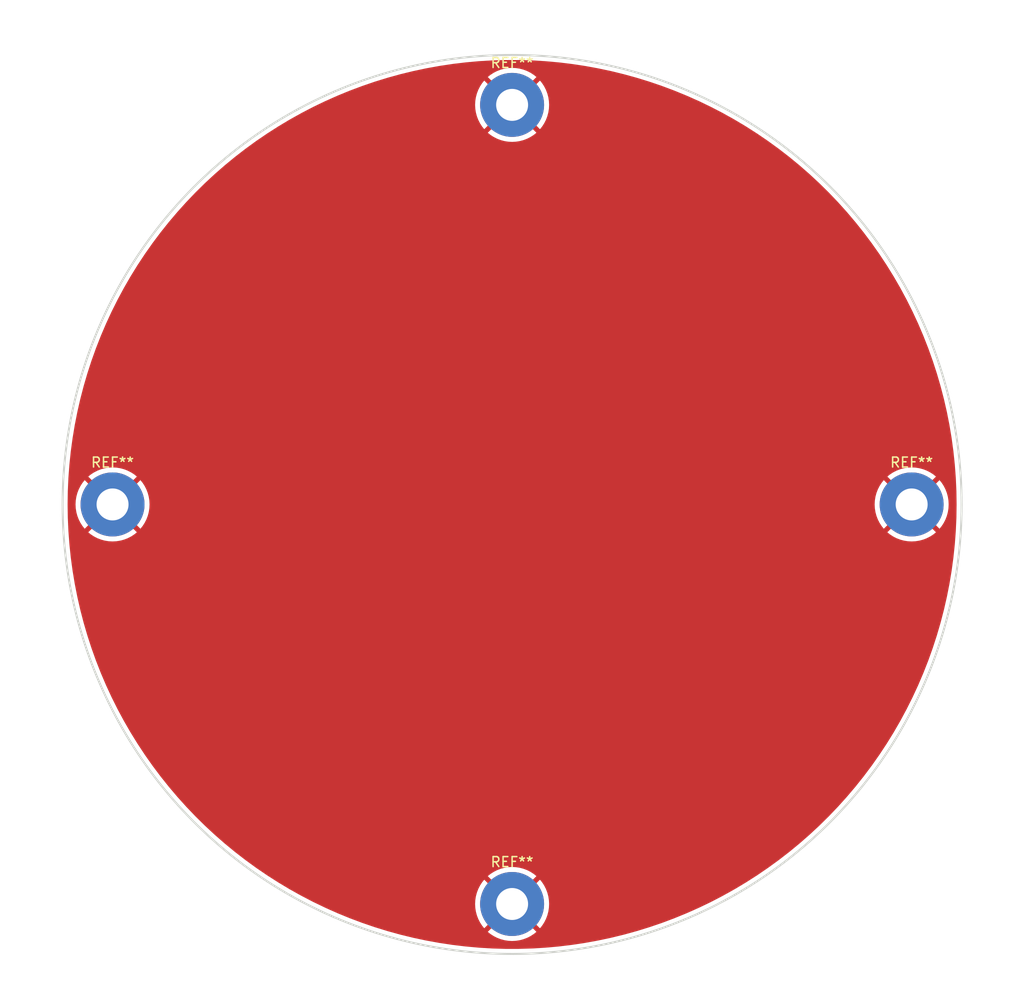
<source format=kicad_pcb>
(kicad_pcb (version 20240108) (generator "pcbnew") (generator_version "8.0")
  (layers (0 "F.Cu" signal) (31 "B.Cu" signal) (34 "B.Paste" user) (35 "F.Paste" user) (36 "B.SilkS" user "B.Silkscreen") (37 "F.SilkS" user "F.Silkscreen") (38 "B.Mask" user) (39 "F.Mask" user) (44 "Edge.Cuts" user))
  (net 0 "")
  (net 1 "GND")
  (footprint "MountingHole:MountingHole_3.2mm_M3_Pad" (layer "F.Cu") (at 190 100)
    (property "Reference" "REF**" (at 0 -4.2 0) (layer "F.SilkS"))
    (property "Value" "MountingHole_3.2mm_M3_Pad")
    (pad "1" thru_hole circle (at 0 0) (size 6.4 6.4) (drill 3.2) (layers "*.Cu" "*.Mask") (net 1 "GND"))
  )
  (footprint "MountingHole:MountingHole_3.2mm_M3_Pad" (layer "F.Cu") (at 110 100)
    (property "Reference" "REF**" (at 0 -4.2 0) (layer "F.SilkS"))
    (property "Value" "MountingHole_3.2mm_M3_Pad")
    (pad "1" thru_hole circle (at 0 0) (size 6.4 6.4) (drill 3.2) (layers "*.Cu" "*.Mask") (net 1 "GND"))
  )
  (footprint "MountingHole:MountingHole_3.2mm_M3_Pad" (layer "F.Cu") (at 150 140)
    (property "Reference" "REF**" (at 0 -4.2 0) (layer "F.SilkS"))
    (property "Value" "MountingHole_3.2mm_M3_Pad")
    (pad "1" thru_hole circle (at 0 0) (size 6.4 6.4) (drill 3.2) (layers "*.Cu" "*.Mask") (net 1 "GND"))
  )
  (footprint "MountingHole:MountingHole_3.2mm_M3_Pad" (layer "F.Cu") (at 150 60)
    (property "Reference" "REF**" (at 0 -4.2 0) (layer "F.SilkS"))
    (property "Value" "MountingHole_3.2mm_M3_Pad")
    (pad "1" thru_hole circle (at 0 0) (size 6.4 6.4) (drill 3.2) (layers "*.Cu" "*.Mask") (net 1 "GND"))
  )
  (gr_circle (center 150 100) (end 195 100) (stroke (width 0.2)) (fill none) (layer "Edge.Cuts"))
  (zone (net 1) (net_name "GND") (layer "F.Cu") (name "GND") (connect_pads (clearance 0.5)) (min_thickness 0.25) (fill yes (thermal_gap 0.5) (thermal_bridge_width 0.5))
    (polygon (pts (xy 200.5 49.5) (xy 99.5 49.5) (xy 99.5 149.5) (xy 200 149.5) (xy 200.5 149)))
  )
)
</source>
